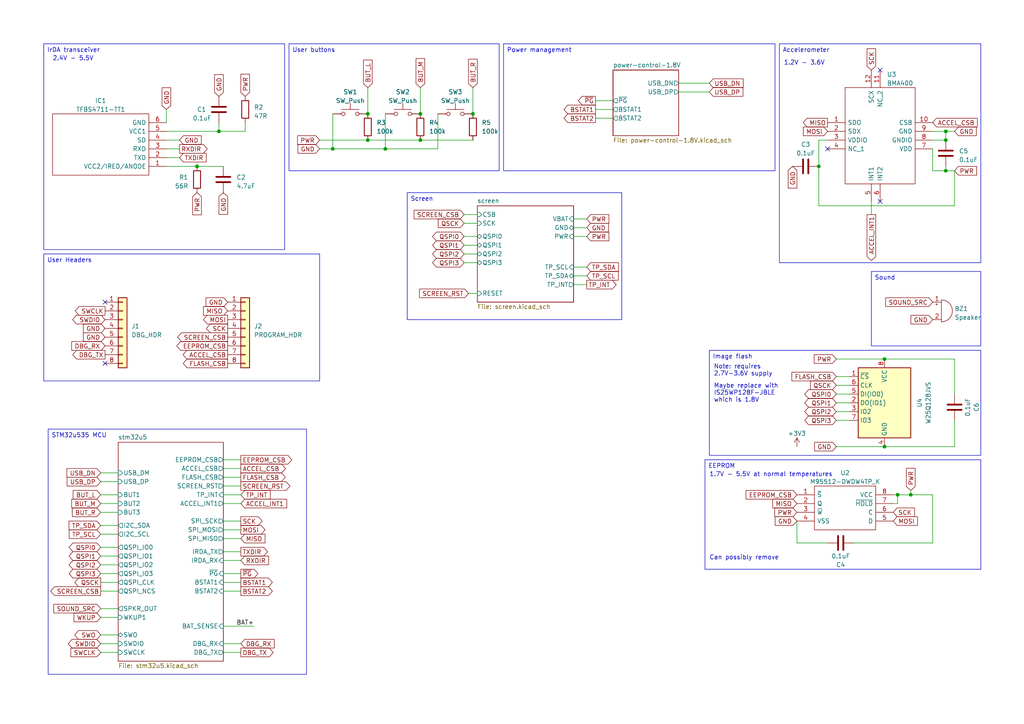
<source format=kicad_sch>
(kicad_sch (version 20230121) (generator eeschema)
  (paper "A4")
  (lib_symbols
    (symbol "Connector_Generic:Conn_01x08" (pin_names (offset 1.016) hide)
      (property "Reference" "J" (at 0 10.16 0))
      (property "Value" "Conn_01x08" (at 0 -12.7 0))
      (symbol "Conn_01x08_1_1"
        (rectangle (start -1.27 -10.033) (end 0 -10.287) (stroke (width 0.1524)))
        (rectangle (start -1.27 -7.493) (end 0 -7.747) (stroke (width 0.1524)))
        (rectangle (start -1.27 -4.953) (end 0 -5.207) (stroke (width 0.1524)))
        (rectangle (start -1.27 -2.413) (end 0 -2.667) (stroke (width 0.1524)))
        (rectangle (start -1.27 0.127) (end 0 -0.127) (stroke (width 0.1524)))
        (rectangle (start -1.27 2.667) (end 0 2.413) (stroke (width 0.1524)))
        (rectangle (start -1.27 5.207) (end 0 4.953) (stroke (width 0.1524)))
        (rectangle (start -1.27 7.747) (end 0 7.493) (stroke (width 0.1524)))
        (rectangle (start -1.27 8.89) (end 1.27 -11.43) (stroke (width 0.254)) (fill (type background)))
        (pin passive line (at -5.08 7.62 0) (length 3.81) (name "Pin_1") (number "1"))
        (pin passive line (at -5.08 5.08 0) (length 3.81) (name "Pin_2") (number "2"))
        (pin passive line (at -5.08 2.54 0) (length 3.81) (name "Pin_3") (number "3"))
        (pin passive line (at -5.08 0 0) (length 3.81) (name "Pin_4") (number "4"))
        (pin passive line (at -5.08 -2.54 0) (length 3.81) (name "Pin_5") (number "5"))
        (pin passive line (at -5.08 -5.08 0) (length 3.81) (name "Pin_6") (number "6"))
        (pin passive line (at -5.08 -7.62 0) (length 3.81) (name "Pin_7") (number "7"))
        (pin passive line (at -5.08 -10.16 0) (length 3.81) (name "Pin_8") (number "8"))
      )
    )
    (symbol "Device:Buzzer" (pin_names (offset 0.0254) hide)
      (property "Reference" "BZ" (at 3.81 1.27 0))
      (property "Value" "Buzzer" (at 3.81 -1.27 0))
      (symbol "Buzzer_0_1"
        (arc (start 0 -3.175) (mid 3.1612 0) (end 0 3.175))
        (polyline (pts (xy -1.651 1.905) (xy -1.143 1.905)))
        (polyline (pts (xy -1.397 2.159) (xy -1.397 1.651)))
        (polyline (pts (xy 0 3.175) (xy 0 -3.175)))
      )
      (symbol "Buzzer_1_1"
        (pin passive line (at -2.54 2.54 0) (length 2.54) (name "-") (number "1"))
        (pin passive line (at -2.54 -2.54 0) (length 2.54) (name "+") (number "2"))
      )
    )
    (symbol "Device:C" (pin_numbers hide) (pin_names (offset 0.254))
      (property "Reference" "C" (at 0.635 2.54 0))
      (property "Value" "C" (at 0.635 -2.54 0))
      (symbol "C_0_1"
        (polyline (pts (xy -2.032 -0.762) (xy 2.032 -0.762)) (stroke (width 0.508)))
        (polyline (pts (xy -2.032 0.762) (xy 2.032 0.762)) (stroke (width 0.508)))
      )
      (symbol "C_1_1"
        (pin passive line (at 0 3.81 270) (length 2.794) (name "~") (number "1"))
        (pin passive line (at 0 -3.81 90) (length 2.794) (name "~") (number "2"))
      )
    )
    (symbol "Device:R" (pin_numbers hide) (pin_names (offset 0))
      (property "Reference" "R" (at 2.032 0 90))
      (property "Value" "R" (at 0 0 90))
      (symbol "R_0_1"
        (rectangle (start -1.016 -2.54) (end 1.016 2.54) (stroke (width 0.254)))
      )
      (symbol "R_1_1"
        (pin passive line (at 0 3.81 270) (length 1.27) (name "~") (number "1"))
        (pin passive line (at 0 -3.81 90) (length 1.27) (name "~") (number "2"))
      )
    )
    (symbol "Memory_Flash:W25Q128JVS"
      (property "Reference" "U" (at -8.89 8.89 0))
      (property "Value" "W25Q128JVS" (at 7.62 8.89 0))
      (symbol "W25Q128JVS_0_1"
        (rectangle (start -7.62 10.16) (end 7.62 -10.16) (stroke (width 0.254)) (fill (type background)))
      )
      (symbol "W25Q128JVS_1_1"
        (pin input line (at -10.16 7.62 0) (length 2.54) (name "~{CS}") (number "1"))
        (pin bidirectional line (at -10.16 0 0) (length 2.54) (name "DO(IO1)") (number "2"))
        (pin bidirectional line (at -10.16 -2.54 0) (length 2.54) (name "IO2") (number "3"))
        (pin power_in line (at 0 -12.7 90) (length 2.54) (name "GND") (number "4"))
        (pin bidirectional line (at -10.16 2.54 0) (length 2.54) (name "DI(IO0)") (number "5"))
        (pin input line (at -10.16 5.08 0) (length 2.54) (name "CLK") (number "6"))
        (pin bidirectional line (at -10.16 -5.08 0) (length 2.54) (name "IO3") (number "7"))
        (pin power_in line (at 0 12.7 270) (length 2.54) (name "VCC") (number "8"))
      )
    )
    (symbol "SamacSys_Parts:BMA400" (pin_names (offset 0.762))
      (property "Reference" "AC" (at 26.67 15.24 0))
      (property "Value" "BMA400" (at 26.67 12.7 0))
      (symbol "BMA400_0_0"
        (pin passive line (at 0 0 0) (length 5.08) (name "SDO") (number "1"))
        (pin passive line (at 30.48 0 180) (length 5.08) (name "CSB") (number "10"))
        (pin passive line (at 15.24 15.24 270) (length 5.08) (name "NC_2") (number "11"))
        (pin passive line (at 12.7 15.24 270) (length 5.08) (name "SCX") (number "12"))
        (pin passive line (at 0 -2.54 0) (length 5.08) (name "SDX") (number "2"))
        (pin passive line (at 0 -5.08 0) (length 5.08) (name "VDDIO") (number "3"))
        (pin passive line (at 0 -7.62 0) (length 5.08) (name "NC_1") (number "4"))
        (pin passive line (at 12.7 -22.86 90) (length 5.08) (name "INT1") (number "5"))
        (pin passive line (at 15.24 -22.86 90) (length 5.08) (name "INT2") (number "6"))
        (pin passive line (at 30.48 -7.62 180) (length 5.08) (name "VDD") (number "7"))
        (pin passive line (at 30.48 -5.08 180) (length 5.08) (name "GNDIO") (number "8"))
        (pin passive line (at 30.48 -2.54 180) (length 5.08) (name "GND") (number "9"))
      )
      (symbol "BMA400_0_1"
        (polyline (pts (xy 5.08 10.16) (xy 25.4 10.16) (xy 25.4 -17.78) (xy 5.08 -17.78) (xy 5.08 10.16)) (stroke (width 0.1524)))
      )
    )
    (symbol "SamacSys_Parts:M95512-DWDW4TP_K" (pin_names (offset 0.762))
      (property "Reference" "IC" (at 24.13 7.62 0))
      (property "Value" "M95512-DWDW4TP_K" (at 24.13 5.08 0))
      (symbol "M95512-DWDW4TP_K_0_0"
        (pin passive line (at 0 0 0) (length 5.08) (name "~{S}") (number "1"))
        (pin passive line (at 0 -2.54 0) (length 5.08) (name "Q") (number "2"))
        (pin passive line (at 0 -5.08 0) (length 5.08) (name "~{W}") (number "3"))
        (pin passive line (at 0 -7.62 0) (length 5.08) (name "VSS") (number "4"))
        (pin passive line (at 27.94 -7.62 180) (length 5.08) (name "D") (number "5"))
        (pin passive line (at 27.94 -5.08 180) (length 5.08) (name "C") (number "6"))
        (pin passive line (at 27.94 -2.54 180) (length 5.08) (name "~{HOLD}") (number "7"))
        (pin passive line (at 27.94 0 180) (length 5.08) (name "VCC") (number "8"))
      )
      (symbol "M95512-DWDW4TP_K_0_1"
        (polyline (pts (xy 5.08 2.54) (xy 22.86 2.54) (xy 22.86 -10.16) (xy 5.08 -10.16) (xy 5.08 2.54)) (stroke (width 0.1524)))
      )
    )
    (symbol "SamacSys_Parts:TFBS4711-TT1" (pin_names (offset 0.762))
      (property "Reference" "IC" (at 34.29 7.62 0))
      (property "Value" "TFBS4711-TT1" (at 34.29 5.08 0))
      (symbol "TFBS4711-TT1_0_0"
        (pin passive line (at 0 0 0) (length 5.08) (name "VCC2/IRED/ANODE") (number "1"))
        (pin passive line (at 0 -2.54 0) (length 5.08) (name "TXD") (number "2"))
        (pin passive line (at 0 -5.08 0) (length 5.08) (name "RXD") (number "3"))
        (pin passive line (at 0 -7.62 0) (length 5.08) (name "SD") (number "4"))
        (pin passive line (at 0 -10.16 0) (length 5.08) (name "VCC1") (number "5"))
        (pin passive line (at 0 -12.7 0) (length 5.08) (name "GND") (number "6"))
      )
      (symbol "TFBS4711-TT1_0_1"
        (polyline (pts (xy 5.08 2.54) (xy 33.02 2.54) (xy 33.02 -15.24) (xy 5.08 -15.24) (xy 5.08 2.54)) (stroke (width 0.1524)))
      )
    )
    (symbol "Switch:SW_Push" (pin_numbers hide) (pin_names (offset 1.016) hide)
      (property "Reference" "SW" (at 1.27 2.54 0))
      (property "Value" "SW_Push" (at 0 -1.524 0))
      (symbol "SW_Push_0_1"
        (circle (center -2.032 0) (radius 0.508))
        (polyline (pts (xy 0 1.27) (xy 0 3.048)))
        (polyline (pts (xy 2.54 1.27) (xy -2.54 1.27)))
        (circle (center 2.032 0) (radius 0.508))
        (pin passive line (at -5.08 0 0) (length 2.54) (name "1") (number "1"))
        (pin passive line (at 5.08 0 180) (length 2.54) (name "2") (number "2"))
      )
    )
    (symbol "power:+3V3" (power) (pin_names (offset 0))
      (property "Value" "+3V3" (at 0 3.556 0))
      (symbol "+3V3_0_1"
        (polyline (pts (xy -0.762 1.27) (xy 0 2.54)))
        (polyline (pts (xy 0 0) (xy 0 2.54)))
        (polyline (pts (xy 0 2.54) (xy 0.762 1.27)))
      )
      (symbol "+3V3_1_1"
        (pin power_in line (at 0 0 90) (length 0) hide (name "+3V3") (number "1"))
      )
    )
  )
  (junction (at 260.35 143.51))
  (junction (at 256.54 104.14))
  (junction (at 121.92 40.64))
  (junction (at 106.68 40.64))
  (junction (at 63.5 38.1))
  (junction (at 57.15 48.26))
  (junction (at 106.68 33.02))
  (junction (at 237.49 48.26))
  (junction (at 274.32 38.1))
  (junction (at 256.54 129.54))
  (junction (at 111.76 43.18))
  (junction (at 274.32 49.53))
  (junction (at 264.16 143.51))
  (junction (at 121.92 33.02))
  (junction (at 274.32 40.64))
  (junction (at 96.52 43.18))
  (junction (at 137.16 33.02))
  (no_connect (at 255.27 20.32))
  (no_connect (at 240.03 43.18))
  (no_connect (at 30.48 87.63))
  (no_connect (at 30.48 105.41))
  (no_connect (at 255.27 58.42))
  (wire (pts (xy 71.12 38.1) (xy 71.12 35.56)))
  (wire (pts (xy 276.86 121.92) (xy 276.86 129.54)))
  (wire (pts (xy 260.35 143.51) (xy 260.35 146.05)))
  (wire (pts (xy 256.54 104.14) (xy 276.86 104.14)))
  (wire (pts (xy 48.26 43.18) (xy 52.07 43.18)))
  (wire (pts (xy 64.77 162.56) (xy 69.85 162.56)))
  (wire (pts (xy 121.92 40.64) (xy 137.16 40.64)))
  (wire (pts (xy 64.77 151.13) (xy 69.85 151.13)))
  (wire (pts (xy 242.57 104.14) (xy 256.54 104.14)))
  (wire (pts (xy 276.86 129.54) (xy 256.54 129.54)))
  (wire (pts (xy 242.57 116.84) (xy 246.38 116.84)))
  (wire (pts (xy 274.32 48.26) (xy 274.32 49.53)))
  (wire (pts (xy 64.77 146.05) (xy 69.85 146.05)))
  (wire (pts (xy 264.16 142.24) (xy 264.16 143.51)))
  (wire (pts (xy 64.77 181.61) (xy 73.66 181.61)))
  (wire (pts (xy 64.77 153.67) (xy 69.85 153.67)))
  (wire (pts (xy 48.26 40.64) (xy 52.07 40.64)))
  (wire (pts (xy 196.85 24.13) (xy 205.74 24.13)))
  (wire (pts (xy 64.77 135.89) (xy 69.85 135.89)))
  (wire (pts (xy 274.32 38.1) (xy 270.51 38.1)))
  (wire (pts (xy 264.16 143.51) (xy 260.35 143.51)))
  (wire (pts (xy 270.51 49.53) (xy 270.51 43.18)))
  (wire (pts (xy 29.21 186.69) (xy 34.29 186.69)))
  (wire (pts (xy 242.57 119.38) (xy 246.38 119.38)))
  (wire (pts (xy 137.16 25.4) (xy 137.16 33.02)))
  (wire (pts (xy 134.62 62.23) (xy 138.43 62.23)))
  (wire (pts (xy 29.21 166.37) (xy 34.29 166.37)))
  (wire (pts (xy 29.21 163.83) (xy 34.29 163.83)))
  (wire (pts (xy 48.26 45.72) (xy 52.07 45.72)))
  (wire (pts (xy 274.32 40.64) (xy 274.32 38.1)))
  (wire (pts (xy 134.62 64.77) (xy 138.43 64.77)))
  (wire (pts (xy 276.86 59.69) (xy 237.49 59.69)))
  (wire (pts (xy 64.77 168.91) (xy 69.85 168.91)))
  (wire (pts (xy 29.21 176.53) (xy 34.29 176.53)))
  (wire (pts (xy 134.62 68.58) (xy 138.43 68.58)))
  (wire (pts (xy 64.77 156.21) (xy 69.85 156.21)))
  (wire (pts (xy 29.21 168.91) (xy 34.29 168.91)))
  (wire (pts (xy 166.37 63.5) (xy 170.18 63.5)))
  (wire (pts (xy 196.85 26.67) (xy 205.74 26.67)))
  (wire (pts (xy 231.14 151.13) (xy 231.14 157.48)))
  (wire (pts (xy 64.77 186.69) (xy 69.85 186.69)))
  (wire (pts (xy 106.68 33.02) (xy 106.68 25.4)))
  (wire (pts (xy 237.49 59.69) (xy 237.49 48.26)))
  (wire (pts (xy 135.89 85.09) (xy 138.43 85.09)))
  (wire (pts (xy 270.51 157.48) (xy 270.51 143.51)))
  (wire (pts (xy 237.49 40.64) (xy 240.03 40.64)))
  (wire (pts (xy 111.76 33.02) (xy 111.76 43.18)))
  (wire (pts (xy 29.21 137.16) (xy 34.29 137.16)))
  (wire (pts (xy 172.72 29.21) (xy 177.8 29.21)))
  (wire (pts (xy 242.57 129.54) (xy 256.54 129.54)))
  (wire (pts (xy 172.72 34.29) (xy 177.8 34.29)))
  (wire (pts (xy 29.21 139.7) (xy 34.29 139.7)))
  (wire (pts (xy 96.52 43.18) (xy 111.76 43.18)))
  (wire (pts (xy 63.5 38.1) (xy 71.12 38.1)))
  (wire (pts (xy 29.21 184.15) (xy 34.29 184.15)))
  (wire (pts (xy 252.73 62.23) (xy 252.73 58.42)))
  (wire (pts (xy 29.21 152.4) (xy 34.29 152.4)))
  (wire (pts (xy 106.68 40.64) (xy 121.92 40.64)))
  (wire (pts (xy 260.35 143.51) (xy 259.08 143.51)))
  (wire (pts (xy 92.71 43.18) (xy 96.52 43.18)))
  (wire (pts (xy 270.51 143.51) (xy 264.16 143.51)))
  (wire (pts (xy 134.62 76.2) (xy 138.43 76.2)))
  (wire (pts (xy 29.21 161.29) (xy 34.29 161.29)))
  (wire (pts (xy 166.37 68.58) (xy 170.18 68.58)))
  (wire (pts (xy 276.86 104.14) (xy 276.86 114.3)))
  (wire (pts (xy 57.15 48.26) (xy 64.77 48.26)))
  (wire (pts (xy 29.21 179.07) (xy 34.29 179.07)))
  (wire (pts (xy 48.26 38.1) (xy 63.5 38.1)))
  (wire (pts (xy 29.21 158.75) (xy 34.29 158.75)))
  (wire (pts (xy 29.21 171.45) (xy 34.29 171.45)))
  (wire (pts (xy 134.62 73.66) (xy 138.43 73.66)))
  (wire (pts (xy 276.86 49.53) (xy 276.86 59.69)))
  (wire (pts (xy 96.52 33.02) (xy 96.52 43.18)))
  (wire (pts (xy 260.35 146.05) (xy 259.08 146.05)))
  (wire (pts (xy 172.72 31.75) (xy 177.8 31.75)))
  (wire (pts (xy 276.86 38.1) (xy 274.32 38.1)))
  (wire (pts (xy 242.57 114.3) (xy 246.38 114.3)))
  (wire (pts (xy 231.14 157.48) (xy 240.03 157.48)))
  (wire (pts (xy 166.37 77.47) (xy 170.18 77.47)))
  (wire (pts (xy 64.77 160.02) (xy 69.85 160.02)))
  (wire (pts (xy 48.26 48.26) (xy 57.15 48.26)))
  (wire (pts (xy 64.77 140.97) (xy 69.85 140.97)))
  (wire (pts (xy 242.57 111.76) (xy 246.38 111.76)))
  (wire (pts (xy 274.32 49.53) (xy 276.86 49.53)))
  (wire (pts (xy 166.37 80.01) (xy 170.18 80.01)))
  (wire (pts (xy 29.21 148.59) (xy 34.29 148.59)))
  (wire (pts (xy 92.71 40.64) (xy 106.68 40.64)))
  (wire (pts (xy 29.21 154.94) (xy 34.29 154.94)))
  (wire (pts (xy 29.21 189.23) (xy 34.29 189.23)))
  (wire (pts (xy 247.65 157.48) (xy 270.51 157.48)))
  (wire (pts (xy 64.77 143.51) (xy 69.85 143.51)))
  (wire (pts (xy 64.77 133.35) (xy 69.85 133.35)))
  (wire (pts (xy 63.5 38.1) (xy 63.5 35.56)))
  (wire (pts (xy 127 43.18) (xy 111.76 43.18)))
  (wire (pts (xy 64.77 138.43) (xy 69.85 138.43)))
  (wire (pts (xy 64.77 166.37) (xy 69.85 166.37)))
  (wire (pts (xy 127 33.02) (xy 127 43.18)))
  (wire (pts (xy 242.57 109.22) (xy 246.38 109.22)))
  (wire (pts (xy 121.92 33.02) (xy 121.92 25.4)))
  (wire (pts (xy 64.77 189.23) (xy 69.85 189.23)))
  (wire (pts (xy 270.51 49.53) (xy 274.32 49.53)))
  (wire (pts (xy 48.26 31.75) (xy 48.26 35.56)))
  (wire (pts (xy 29.21 143.51) (xy 34.29 143.51)))
  (wire (pts (xy 166.37 82.55) (xy 170.18 82.55)))
  (wire (pts (xy 64.77 171.45) (xy 69.85 171.45)))
  (wire (pts (xy 237.49 48.26) (xy 237.49 40.64)))
  (wire (pts (xy 242.57 121.92) (xy 246.38 121.92)))
  (wire (pts (xy 29.21 146.05) (xy 34.29 146.05)))
  (wire (pts (xy 134.62 71.12) (xy 138.43 71.12)))
  (wire (pts (xy 270.51 40.64) (xy 274.32 40.64)))
  (wire (pts (xy 166.37 66.04) (xy 170.18 66.04)))
  (text_box "Accelerometer" (at 226.06 12.7 0) (size 58.42 63.5) (effects (font (size 1.27 1.27)) (justify left top)))
  (text_box "User buttons\n" (at 83.82 12.7 0) (size 60.96 36.83) (effects (font (size 1.27 1.27)) (justify left top)))
  (text_box "Sound\n" (at 252.73 78.74 0) (size 31.75 21.59) (effects (font (size 1.27 1.27)) (justify left top)))
  (text_box "Screen" (at 118.11 55.88 0) (size 62.23 36.83) (effects (font (size 1.27 1.27)) (justify left top)))
  (text_box "Power management" (at 146.05 12.7 0) (size 78.74 36.83) (effects (font (size 1.27 1.27)) (justify left top)))
  (text_box "STM32u535 MCU" (at 13.97 124.46 0) (size 74.93 71.12) (effects (font (size 1.27 1.27)) (justify left top)))
  (text_box "EEPROM\n" (at 204.47 133.35 0) (size 80.01 31.75) (effects (font (size 1.27 1.27)) (justify left top)))
  (text_box "IrDA transceiver\n" (at 12.7 12.7 0) (size 69.85 59.69) (effects (font (size 1.27 1.27)) (justify left top)))
  (text_box "Image flash" (at 205.74 101.6 0) (size 78.74 30.48) (effects (font (size 1.27 1.27)) (justify left top)))
  (text_box "User Headers" (at 12.7 73.66 0) (size 80.01 36.83) (effects (font (size 1.27 1.27)) (justify left top)))
  (text "1.2V - 3.6V" (at 227.33 19.05 0) (effects (font (size 1.27 1.27)) (justify left bottom)))
  (text "Can possibly remove\n" (at 205.74 162.56 0) (effects (font (size 1.27 1.27)) (justify left bottom)))
  (text "Note: requires\n2.7V-3.6V supply" (at 207.01 109.22 0) (effects (font (size 1.27 1.27)) (justify left bottom)))
  (text "Maybe replace with \nIS25WP128F-JBLE\nwhich is 1.8V" (at 207.01 116.84 0) (effects (font (size 1.27 1.27)) (justify left bottom)))
  (text "1.7V - 5.5V at normal temperatures" (at 205.74 138.43 0) (effects (font (size 1.27 1.27)) (justify left bottom)))
  (text "2.4V - 5.5V" (at 15.24 17.78 0) (effects (font (size 1.27 1.27)) (justify left bottom)))
  (label "BAT+" (at 73.66 181.61 180))
  (global_label "SOUND_SRC" (shape input) (at 270.51 87.63 180) (property "Intersheetrefs" "${INTERSHEET_REFS}" (effects hide)))
  (global_label "TP_SCL" (shape input) (at 29.21 154.94 180) (property "Intersheetrefs" "${INTERSHEET_REFS}" (effects hide)))
  (global_label "GND" (shape input) (at 30.48 97.79 180) (property "Intersheetrefs" "${INTERSHEET_REFS}" (effects hide)))
  (global_label "MOSI" (shape input) (at 240.03 38.1 180) (property "Intersheetrefs" "${INTERSHEET_REFS}" (effects hide)))
  (global_label "BUT_M" (shape input) (at 121.92 25.4 90) (property "Intersheetrefs" "${INTERSHEET_REFS}" (effects hide)))
  (global_label "SCK" (shape input) (at 259.08 148.59 0) (property "Intersheetrefs" "${INTERSHEET_REFS}" (effects hide)))
  (global_label "QSPI1" (shape bidirectional) (at 242.57 116.84 180) (property "Intersheetrefs" "${INTERSHEET_REFS}" (effects hide)))
  (global_label "TP_INT" (shape input) (at 69.85 143.51 0) (property "Intersheetrefs" "${INTERSHEET_REFS}" (effects hide)))
  (global_label "GND" (shape input) (at 270.51 92.71 180) (property "Intersheetrefs" "${INTERSHEET_REFS}" (effects hide)))
  (global_label "SOUND_SRC" (shape input) (at 29.21 176.53 180) (property "Intersheetrefs" "${INTERSHEET_REFS}" (effects hide)))
  (global_label "GND" (shape input) (at 231.14 151.13 180) (property "Intersheetrefs" "${INTERSHEET_REFS}" (effects hide)))
  (global_label "BSTAT2" (shape output) (at 69.85 171.45 0) (property "Intersheetrefs" "${INTERSHEET_REFS}" (effects hide)))
  (global_label "GND" (shape input) (at 92.71 43.18 180) (property "Intersheetrefs" "${INTERSHEET_REFS}" (effects hide)))
  (global_label "RXDIR" (shape output) (at 52.07 43.18 0) (property "Intersheetrefs" "${INTERSHEET_REFS}" (effects hide)))
  (global_label "MISO" (shape input) (at 69.85 156.21 0) (property "Intersheetrefs" "${INTERSHEET_REFS}" (effects hide)))
  (global_label "PWR" (shape input) (at 170.18 68.58 0) (property "Intersheetrefs" "${INTERSHEET_REFS}" (effects hide)))
  (global_label "GND" (shape input) (at 276.86 38.1 0) (property "Intersheetrefs" "${INTERSHEET_REFS}" (effects hide)))
  (global_label "RXDIR" (shape input) (at 69.85 162.56 0) (property "Intersheetrefs" "${INTERSHEET_REFS}" (effects hide)))
  (global_label "DBG_TX" (shape output) (at 69.85 189.23 0) (property "Intersheetrefs" "${INTERSHEET_REFS}" (effects hide)))
  (global_label "QSPI3" (shape bidirectional) (at 134.62 76.2 180) (property "Intersheetrefs" "${INTERSHEET_REFS}" (effects hide)))
  (global_label "SWO" (shape bidirectional) (at 29.21 184.15 180) (property "Intersheetrefs" "${INTERSHEET_REFS}" (effects hide)))
  (global_label "USB_DP" (shape input) (at 205.74 26.67 0) (property "Intersheetrefs" "${INTERSHEET_REFS}" (effects hide)))
  (global_label "PWR" (shape input) (at 57.15 55.88 270) (property "Intersheetrefs" "${INTERSHEET_REFS}" (effects hide)))
  (global_label "~{PG}" (shape output) (at 172.72 29.21 180) (property "Intersheetrefs" "${INTERSHEET_REFS}" (effects hide)))
  (global_label "FLASH_CSB" (shape output) (at 66.04 105.41 180) (property "Intersheetrefs" "${INTERSHEET_REFS}" (effects hide)))
  (global_label "ACCEL_CSB" (shape input) (at 270.51 35.56 0) (property "Intersheetrefs" "${INTERSHEET_REFS}" (effects hide)))
  (global_label "PWR" (shape input) (at 71.12 27.94 90) (property "Intersheetrefs" "${INTERSHEET_REFS}" (effects hide)))
  (global_label "PWR" (shape input) (at 170.18 63.5 0) (property "Intersheetrefs" "${INTERSHEET_REFS}" (effects hide)))
  (global_label "SCREEN_CSB" (shape output) (at 66.04 97.79 180) (property "Intersheetrefs" "${INTERSHEET_REFS}" (effects hide)))
  (global_label "GND" (shape input) (at 242.57 129.54 180) (property "Intersheetrefs" "${INTERSHEET_REFS}" (effects hide)))
  (global_label "BUT_M" (shape input) (at 29.21 146.05 180) (property "Intersheetrefs" "${INTERSHEET_REFS}" (effects hide)))
  (global_label "EEPROM_CSB" (shape input) (at 231.14 143.51 180) (property "Intersheetrefs" "${INTERSHEET_REFS}" (effects hide)))
  (global_label "BUT_L" (shape input) (at 29.21 143.51 180) (property "Intersheetrefs" "${INTERSHEET_REFS}" (effects hide)))
  (global_label "BSTAT1" (shape output) (at 172.72 31.75 180) (property "Intersheetrefs" "${INTERSHEET_REFS}" (effects hide)))
  (global_label "QSPI2" (shape bidirectional) (at 29.21 163.83 180) (property "Intersheetrefs" "${INTERSHEET_REFS}" (effects hide)))
  (global_label "QSPI3" (shape bidirectional) (at 242.57 121.92 180) (property "Intersheetrefs" "${INTERSHEET_REFS}" (effects hide)))
  (global_label "TP_SDA" (shape input) (at 170.18 77.47 0) (property "Intersheetrefs" "${INTERSHEET_REFS}" (effects hide)))
  (global_label "WKUP" (shape input) (at 29.21 179.07 180) (property "Intersheetrefs" "${INTERSHEET_REFS}" (effects hide)))
  (global_label "GND" (shape input) (at 229.87 48.26 270) (property "Intersheetrefs" "${INTERSHEET_REFS}" (effects hide)))
  (global_label "MOSI" (shape output) (at 69.85 153.67 0) (property "Intersheetrefs" "${INTERSHEET_REFS}" (effects hide)))
  (global_label "SCK" (shape output) (at 66.04 95.25 180) (property "Intersheetrefs" "${INTERSHEET_REFS}" (effects hide)))
  (global_label "MISO" (shape input) (at 231.14 146.05 180) (property "Intersheetrefs" "${INTERSHEET_REFS}" (effects hide)))
  (global_label "PWR" (shape input) (at 242.57 104.14 180) (property "Intersheetrefs" "${INTERSHEET_REFS}" (effects hide)))
  (global_label "MISO" (shape input) (at 66.04 90.17 180) (property "Intersheetrefs" "${INTERSHEET_REFS}" (effects hide)))
  (global_label "TP_SCL" (shape input) (at 170.18 80.01 0) (property "Intersheetrefs" "${INTERSHEET_REFS}" (effects hide)))
  (global_label "BUT_R" (shape input) (at 137.16 25.4 90) (property "Intersheetrefs" "${INTERSHEET_REFS}" (effects hide)))
  (global_label "QSPI2" (shape bidirectional) (at 242.57 119.38 180) (property "Intersheetrefs" "${INTERSHEET_REFS}" (effects hide)))
  (global_label "SWDIO" (shape bidirectional) (at 29.21 186.69 180) (property "Intersheetrefs" "${INTERSHEET_REFS}" (effects hide)))
  (global_label "EEPROM_CSB" (shape output) (at 69.85 133.35 0) (property "Intersheetrefs" "${INTERSHEET_REFS}" (effects hide)))
  (global_label "QSPI0" (shape bidirectional) (at 134.62 68.58 180) (property "Intersheetrefs" "${INTERSHEET_REFS}" (effects hide)))
  (global_label "FLASH_CSB" (shape input) (at 242.57 109.22 180) (property "Intersheetrefs" "${INTERSHEET_REFS}" (effects hide)))
  (global_label "MOSI" (shape output) (at 66.04 92.71 180) (property "Intersheetrefs" "${INTERSHEET_REFS}" (effects hide)))
  (global_label "PWR" (shape input) (at 276.86 49.53 0) (property "Intersheetrefs" "${INTERSHEET_REFS}" (effects hide)))
  (global_label "QSPI0" (shape bidirectional) (at 29.21 158.75 180) (property "Intersheetrefs" "${INTERSHEET_REFS}" (effects hide)))
  (global_label "SCREEN_RST" (shape output) (at 69.85 140.97 0) (property "Intersheetrefs" "${INTERSHEET_REFS}" (effects hide)))
  (global_label "SCREEN_CSB" (shape input) (at 134.62 62.23 180) (property "Intersheetrefs" "${INTERSHEET_REFS}" (effects hide)))
  (global_label "BSTAT1" (shape output) (at 69.85 168.91 0) (property "Intersheetrefs" "${INTERSHEET_REFS}" (effects hide)))
  (global_label "QSCK" (shape output) (at 29.21 168.91 180) (property "Intersheetrefs" "${INTERSHEET_REFS}" (effects hide)))
  (global_label "GND" (shape input) (at 30.48 95.25 180) (property "Intersheetrefs" "${INTERSHEET_REFS}" (effects hide)))
  (global_label "BUT_L" (shape input) (at 106.68 25.4 90) (property "Intersheetrefs" "${INTERSHEET_REFS}" (effects hide)))
  (global_label "DBG_RX" (shape input) (at 30.48 100.33 180) (property "Intersheetrefs" "${INTERSHEET_REFS}" (effects hide)))
  (global_label "ACCEL_CSB" (shape output) (at 66.04 102.87 180) (property "Intersheetrefs" "${INTERSHEET_REFS}" (effects hide)))
  (global_label "SCREEN_CSB" (shape output) (at 29.21 171.45 180) (property "Intersheetrefs" "${INTERSHEET_REFS}" (effects hide)))
  (global_label "ACCEL_INT1" (shape output) (at 252.73 62.23 270) (property "Intersheetrefs" "${INTERSHEET_REFS}" (effects hide)))
  (global_label "DBG_TX" (shape output) (at 30.48 102.87 180) (property "Intersheetrefs" "${INTERSHEET_REFS}" (effects hide)))
  (global_label "USB_DN" (shape input) (at 29.21 137.16 180) (property "Intersheetrefs" "${INTERSHEET_REFS}" (effects hide)))
  (global_label "TXDIR" (shape output) (at 69.85 160.02 0) (property "Intersheetrefs" "${INTERSHEET_REFS}" (effects hide)))
  (global_label "~{PG}" (shape output) (at 69.85 166.37 0) (property "Intersheetrefs" "${INTERSHEET_REFS}" (effects hide)))
  (global_label "SWCLK" (shape output) (at 30.48 90.17 180) (property "Intersheetrefs" "${INTERSHEET_REFS}" (effects hide)))
  (global_label "PWR" (shape input) (at 231.14 148.59 180) (property "Intersheetrefs" "${INTERSHEET_REFS}" (effects hide)))
  (global_label "MOSI" (shape input) (at 259.08 151.13 0) (property "Intersheetrefs" "${INTERSHEET_REFS}" (effects hide)))
  (global_label "BUT_R" (shape input) (at 29.21 148.59 180) (property "Intersheetrefs" "${INTERSHEET_REFS}" (effects hide)))
  (global_label "ACCEL_INT1" (shape input) (at 69.85 146.05 0) (property "Intersheetrefs" "${INTERSHEET_REFS}" (effects hide)))
  (global_label "FLASH_CSB" (shape output) (at 69.85 138.43 0) (property "Intersheetrefs" "${INTERSHEET_REFS}" (effects hide)))
  (global_label "SWDIO" (shape bidirectional) (at 30.48 92.71 180) (property "Intersheetrefs" "${INTERSHEET_REFS}" (effects hide)))
  (global_label "SWCLK" (shape input) (at 29.21 189.23 180) (property "Intersheetrefs" "${INTERSHEET_REFS}" (effects hide)))
  (global_label "USB_DP" (shape input) (at 29.21 139.7 180) (property "Intersheetrefs" "${INTERSHEET_REFS}" (effects hide)))
  (global_label "SCK" (shape output) (at 69.85 151.13 0) (property "Intersheetrefs" "${INTERSHEET_REFS}" (effects hide)))
  (global_label "TP_INT" (shape output) (at 170.18 82.55 0) (property "Intersheetrefs" "${INTERSHEET_REFS}" (effects hide)))
  (global_label "QSPI1" (shape bidirectional) (at 134.62 71.12 180) (property "Intersheetrefs" "${INTERSHEET_REFS}" (effects hide)))
  (global_label "BSTAT2" (shape output) (at 172.72 34.29 180) (property "Intersheetrefs" "${INTERSHEET_REFS}" (effects hide)))
  (global_label "PWR" (shape input) (at 92.71 40.64 180) (property "Intersheetrefs" "${INTERSHEET_REFS}" (effects hide)))
  (global_label "QSCK" (shape input) (at 242.57 111.76 180) (property "Intersheetrefs" "${INTERSHEET_REFS}" (effects hide)))
  (global_label "QSCK" (shape input) (at 134.62 64.77 180) (property "Intersheetrefs" "${INTERSHEET_REFS}" (effects hide)))
  (global_label "GND" (shape input) (at 64.77 55.88 270) (property "Intersheetrefs" "${INTERSHEET_REFS}" (effects hide)))
  (global_label "QSPI2" (shape bidirectional) (at 134.62 73.66 180) (property "Intersheetrefs" "${INTERSHEET_REFS}" (effects hide)))
  (global_label "DBG_RX" (shape input) (at 69.85 186.69 0) (property "Intersheetrefs" "${INTERSHEET_REFS}" (effects hide)))
  (global_label "GND" (shape input) (at 170.18 66.04 0) (property "Intersheetrefs" "${INTERSHEET_REFS}" (effects hide)))
  (global_label "USB_DN" (shape input) (at 205.74 24.13 0) (property "Intersheetrefs" "${INTERSHEET_REFS}" (effects hide)))
  (global_label "ACCEL_CSB" (shape output) (at 69.85 135.89 0) (property "Intersheetrefs" "${INTERSHEET_REFS}" (effects hide)))
  (global_label "GND" (shape input) (at 52.07 40.64 0) (property "Intersheetrefs" "${INTERSHEET_REFS}" (effects hide)))
  (global_label "TXDIR" (shape input) (at 52.07 45.72 0) (property "Intersheetrefs" "${INTERSHEET_REFS}" (effects hide)))
  (global_label "QSPI3" (shape bidirectional) (at 29.21 166.37 180) (property "Intersheetrefs" "${INTERSHEET_REFS}" (effects hide)))
  (global_label "QSPI0" (shape bidirectional) (at 242.57 114.3 180) (property "Intersheetrefs" "${INTERSHEET_REFS}" (effects hide)))
  (global_label "SCREEN_RST" (shape input) (at 135.89 85.09 180) (property "Intersheetrefs" "${INTERSHEET_REFS}" (effects hide)))
  (global_label "TP_SDA" (shape input) (at 29.21 152.4 180) (property "Intersheetrefs" "${INTERSHEET_REFS}" (effects hide)))
  (global_label "GND" (shape input) (at 66.04 87.63 180) (property "Intersheetrefs" "${INTERSHEET_REFS}" (effects hide)))
  (global_label "SCK" (shape input) (at 252.73 20.32 90) (property "Intersheetrefs" "${INTERSHEET_REFS}" (effects hide)))
  (global_label "MISO" (shape output) (at 240.03 35.56 180) (property "Intersheetrefs" "${INTERSHEET_REFS}" (effects hide)))
  (global_label "EEPROM_CSB" (shape output) (at 66.04 100.33 180) (property "Intersheetrefs" "${INTERSHEET_REFS}" (effects hide)))
  (global_label "PWR" (shape input) (at 264.16 142.24 90) (property "Intersheetrefs" "${INTERSHEET_REFS}" (effects hide)))
  (global_label "GND" (shape input) (at 63.5 27.94 90) (property "Intersheetrefs" "${INTERSHEET_REFS}" (effects hide)))
  (global_label "QSPI1" (shape bidirectional) (at 29.21 161.29 180) (property "Intersheetrefs" "${INTERSHEET_REFS}" (effects hide)))
  (global_label "GND" (shape input) (at 48.26 31.75 90) (property "Intersheetrefs" "${INTERSHEET_REFS}" (effects hide)))
  (symbol (lib_id "SamacSys_Parts:BMA400") (at 240.03 35.56 0) (unit 1)
    (property "Reference" "U3" (at 257.2259 21.59 0) (effects (justify left)))
    (property "Value" "BMA400" (at 257.2259 24.13 0) (effects (justify left)))
    (property "Footprint" "Samacsys_Parts:BOSCH_LGA-12" (effects hide))
    (property "Datasheet" "https://datasheet.datasheetarchive.com/originals/distributors/Datasheets_SAMA/fa80b3d87963a3ff599e323b9a26d827.pdf" (effects hide))
    (property "Description" "Ultra-low power triaxial accelerometer" (effects hide))
    (property "Mouser Part Number" "262-BMA400" (effects hide))
    (property "Mouser Price/Stock" "https://www.mouser.co.uk/ProductDetail/Bosch-Sensortec/BMA400?qs=f9yNj16SXrKBoguHUc32eQ%3D%3D" (effects hide))
    (property "Manufacturer_Name" "BOSCH" (effects hide))
    (property "Manufacturer_Part_Number" "BMA400" (effects hide))
  )
  (symbol (lib_id "SamacSys_Parts:TFBS4711-TT1") (at 48.26 48.26 180) (unit 1)
    (property "Reference" "IC1" (at 29.21 29.21 0))
    (property "Value" "TFBS4711-TT1" (at 29.21 31.75 0))
    (property "Footprint" "Samacsys_Parts:TFBS4711TT1" (effects hide))
    (property "Datasheet" "https://componentsearchengine.com/Datasheets/1/TFBS4711-TT1.pdf" (effects hide))
    (property "Description" "TFBS4711-TT1 Vishay, Infrared Transceiver, 900Nm 115.2kbit/s, 8m Range, SMT, 6 x 3.1 x 1.9mm" (effects hide))
    (property "Height" "2" (effects hide))
    (property "Mouser Part Number" "782-TFBS4711-TT1" (effects hide))
    (property "Mouser Price/Stock" "https://www.mouser.co.uk/ProductDetail/Vishay-Semiconductors/TFBS4711-TT1?qs=RzxYCzJDjPXm25NkrmdvHA%3D%3D" (effects hide))
    (property "Manufacturer_Name" "Vishay" (effects hide))
    (property "Manufacturer_Part_Number" "TFBS4711-TT1" (effects hide))
  )
  (symbol (lib_id "SamacSys_Parts:M95512-DWDW4TP_K") (at 231.14 143.51 0) (unit 1)
    (property "Reference" "U2" (at 245.11 137.16 0))
    (property "Value" "M95512-DWDW4TP_K" (at 245.11 139.7 0))
    (property "Footprint" "Samacsys_Parts:SOP65P640X120-8N" (effects hide))
    (property "Datasheet" "https://www.st.com/resource/en/datasheet/m95512-a125.pdf" (effects hide))
    (property "Description" "Automotive 512 Kbit SPI bus EEPROM with high speed clock" (effects hide))
    (property "Height" "1.2" (effects hide))
    (property "Mouser Part Number" "511-M95512-DWDW4TP/K" (effects hide))
    (property "Mouser Price/Stock" "https://www.mouser.co.uk/ProductDetail/STMicroelectronics/M95512-DWDW4TP-K?qs=gNDSiZmRJS8kMWQ2whknqA%3D%3D" (effects hide))
    (property "Manufacturer_Name" "STMicroelectronics" (effects hide))
    (property "Manufacturer_Part_Number" "M95512-DWDW4TP/K" (effects hide))
  )
  (symbol (lib_id "Device:C") (at 243.84 157.48 270) (mirror x) (unit 1)
    (property "Reference" "C4" (at 243.84 163.83 90))
    (property "Value" "0.1uF" (at 243.84 161.29 90))
    (property "Footprint" "Capacitor_SMD:C_0402_1005Metric" (effects hide))
  )
  (symbol (lib_id "Switch:SW_Push") (at 132.08 33.02 0) (unit 1)
    (property "Reference" "SW3" (at 132.08 26.67 0))
    (property "Value" "SW_Push" (at 132.08 29.21 0))
    (property "Footprint" "Samacsys_Parts:TL3315NF100Q" (effects hide))
  )
  (symbol (lib_id "Connector_Generic:Conn_01x08") (at 35.56 95.25 0) (unit 1)
    (property "Reference" "J1" (at 38.1 94.615 0) (effects (justify left)))
    (property "Value" "DBG_HDR" (at 38.1 97.155 0) (effects (justify left)))
    (property "Footprint" "Samacsys_Parts:SOIC_clipProgSmall" (effects hide))
  )
  (symbol (lib_id "Switch:SW_Push") (at 116.84 33.02 0) (unit 1)
    (property "Reference" "SW2" (at 116.84 26.67 0))
    (property "Value" "SW_Push" (at 116.84 29.21 0))
    (property "Footprint" "Samacsys_Parts:TL3315NF100Q" (effects hide))
  )
  (symbol (lib_id "Device:R") (at 121.92 36.83 180) (unit 1)
    (property "Reference" "R4" (at 124.46 35.56 0) (effects (justify right)))
    (property "Value" "100k" (at 124.46 38.1 0) (effects (justify right)))
    (property "Footprint" "Resistor_SMD:R_0402_1005Metric" (effects hide))
  )
  (symbol (lib_id "Memory_Flash:W25Q128JVS") (at 256.54 116.84 0) (unit 1)
    (property "Reference" "U4" (at 266.7 116.84 90))
    (property "Value" "W25Q128JVS" (at 269.24 116.84 90))
    (property "Footprint" "Package_SO:SOIC-8_5.23x5.23mm_P1.27mm" (effects hide))
    (property "Datasheet" "http://www.winbond.com/resource-files/w25q128jv_dtr%20revc%2003272018%20plus.pdf" (effects hide))
  )
  (symbol (lib_id "power:+3V3") (at 231.14 129.54 0) (unit 1)
    (property "Reference" "#PWR018" (effects hide))
    (property "Value" "+3V3" (at 231.14 125.73 0))
  )
  (symbol (lib_id "Connector_Generic:Conn_01x08") (at 71.12 95.25 0) (unit 1)
    (property "Reference" "J2" (at 73.66 94.615 0) (effects (justify left)))
    (property "Value" "PROGRAM_HDR" (at 73.66 97.155 0) (effects (justify left)))
    (property "Footprint" "Samacsys_Parts:SOIC_clipProgSmall" (effects hide))
  )
  (symbol (lib_id "Device:C") (at 64.77 52.07 0) (unit 1)
    (property "Reference" "C2" (at 68.58 51.435 0) (effects (justify left)))
    (property "Value" "4.7uF" (at 68.58 53.975 0) (effects (justify left)))
    (property "Footprint" "Capacitor_SMD:C_0402_1005Metric" (effects hide))
  )
  (symbol (lib_id "Device:R") (at 106.68 36.83 180) (unit 1)
    (property "Reference" "R3" (at 109.22 35.56 0) (effects (justify right)))
    (property "Value" "100k" (at 109.22 38.1 0) (effects (justify right)))
    (property "Footprint" "Resistor_SMD:R_0402_1005Metric" (effects hide))
  )
  (symbol (lib_id "Device:C") (at 233.68 48.26 270) (unit 1)
    (property "Reference" "C3" (at 233.68 41.91 90))
    (property "Value" "0.1uF" (at 233.68 44.45 90))
    (property "Footprint" "Capacitor_SMD:C_0402_1005Metric" (effects hide))
  )
  (symbol (lib_id "Device:C") (at 274.32 44.45 180) (unit 1)
    (property "Reference" "C5" (at 278.13 43.815 0) (effects (justify right)))
    (property "Value" "0.1uF" (at 278.13 46.355 0) (effects (justify right)))
    (property "Footprint" "Capacitor_SMD:C_0402_1005Metric" (effects hide))
  )
  (symbol (lib_id "Device:C") (at 63.5 31.75 0) (unit 1)
    (property "Reference" "C1" (at 57.15 31.75 0) (effects (justify left)))
    (property "Value" "0.1uF" (at 55.88 34.29 0) (effects (justify left)))
    (property "Footprint" "Capacitor_SMD:C_0402_1005Metric" (effects hide))
  )
  (symbol (lib_id "Device:R") (at 137.16 36.83 180) (unit 1)
    (property "Reference" "R5" (at 139.7 35.56 0) (effects (justify right)))
    (property "Value" "100k" (at 139.7 38.1 0) (effects (justify right)))
    (property "Footprint" "Resistor_SMD:R_0402_1005Metric" (effects hide))
  )
  (symbol (lib_id "Device:Buzzer") (at 273.05 90.17 0) (unit 1)
    (property "Reference" "BZ1" (at 276.86 89.535 0) (effects (justify left)))
    (property "Value" "Speaker" (at 276.86 92.075 0) (effects (justify left)))
    (property "Footprint" "Jumper:SolderJumper-2_P1.3mm_Open_Pad1.0x1.5mm" (effects hide))
    (property "Field4" "https://www.aliexpress.us/item/32932084837.html?gatewayAdapt=4itemAdapt" (effects hide))
  )
  (symbol (lib_id "Device:C") (at 276.86 118.11 0) (mirror y) (unit 1)
    (property "Reference" "C6" (at 283.21 118.11 90))
    (property "Value" "0.1uF" (at 280.67 118.11 90))
    (property "Footprint" "Capacitor_SMD:C_0402_1005Metric" (effects hide))
  )
  (symbol (lib_id "Device:R") (at 57.15 52.07 0) (mirror y) (unit 1)
    (property "Reference" "R1" (at 54.61 51.435 0) (effects (justify left)))
    (property "Value" "56R" (at 54.61 53.975 0) (effects (justify left)))
    (property "Footprint" "Resistor_SMD:R_0402_1005Metric" (effects hide))
  )
  (symbol (lib_id "Device:R") (at 71.12 31.75 0) (unit 1)
    (property "Reference" "R2" (at 73.66 31.115 0) (effects (justify left)))
    (property "Value" "47R" (at 73.66 33.655 0) (effects (justify left)))
    (property "Footprint" "Resistor_SMD:R_0402_1005Metric" (effects hide))
  )
  (symbol (lib_id "Switch:SW_Push") (at 101.6 33.02 0) (unit 1)
    (property "Reference" "SW1" (at 101.6 26.67 0))
    (property "Value" "SW_Push" (at 101.6 29.21 0))
    (property "Footprint" "Samacsys_Parts:TL3315NF100Q" (effects hide))
  )
  (sheet (at 177.8 20.32) (size 19.05 19.05) (stroke (width 0.1524))
    (property "Sheetname" "power-control-1.8V" (at 177.8 19.6084 0) (effects (justify left bottom)))
    (property "Sheetfile" "power-control-1.8V.kicad_sch" (at 177.8 39.9546 0) (effects (justify left top)))
    (pin "USB_DP" output (at 196.85 26.67 0))
    (pin "USB_DN" output (at 196.85 24.13 0))
    (pin "~{PG}" output (at 177.8 29.21 180))
    (pin "BSTAT1" output (at 177.8 31.75 180))
    (pin "BSTAT2" output (at 177.8 34.29 180))
  )
  (sheet (at 34.29 128.27) (size 30.48 63.5) (stroke (width 0.1524))
    (property "Sheetname" "stm32u5" (at 34.29 127.5584 0) (effects (justify left bottom)))
    (property "Sheetfile" "stm32u5.kicad_sch" (at 34.29 192.3546 0) (effects (justify left top)))
    (pin "DBG_RX" input (at 64.77 186.69 0))
    (pin "SWCLK" input (at 34.29 189.23 180))
    (pin "FLASH_CSB" output (at 64.77 138.43 0))
    (pin "SPI_MOSI" output (at 64.77 153.67 0))
    (pin "SPI_MISO" output (at 64.77 156.21 0))
    (pin "SPI_SCK" output (at 64.77 151.13 0))
    (pin "BUT1" input (at 34.29 143.51 180))
    (pin "QSPI_IO1" output (at 34.29 161.29 180))
    (pin "SCREEN_RST" output (at 64.77 140.97 0))
    (pin "QSPI_IO0" output (at 34.29 158.75 180))
    (pin "BUT3" input (at 34.29 148.59 180))
    (pin "BUT2" input (at 34.29 146.05 180))
    (pin "I2C_SDA" output (at 34.29 152.4 180))
    (pin "I2C_SCL" output (at 34.29 154.94 180))
    (pin "BAT_SENSE" input (at 64.77 181.61 0))
    (pin "SWDIO" input (at 34.29 186.69 180))
    (pin "USB_DM" input (at 34.29 137.16 180))
    (pin "USB_DP" input (at 34.29 139.7 180))
    (pin "IRDA_TX" output (at 64.77 160.02 0))
    (pin "IRDA_RX" input (at 64.77 162.56 0))
    (pin "QSPI_NCS" output (at 34.29 171.45 180))
    (pin "QSPI_CLK" output (at 34.29 168.91 180))
    (pin "SPKR_OUT" output (at 34.29 176.53 180))
    (pin "WKUP1" input (at 34.29 179.07 180))
    (pin "DBG_TX" output (at 64.77 189.23 0))
    (pin "QSPI_IO2" output (at 34.29 163.83 180))
    (pin "QSPI_IO3" output (at 34.29 166.37 180))
    (pin "EEPROM_CSB" output (at 64.77 133.35 0))
    (pin "ACCEL_INT1" output (at 64.77 146.05 0))
    (pin "ACCEL_CSB" output (at 64.77 135.89 0))
    (pin "TP_INT" input (at 64.77 143.51 0))
    (pin "SWO" bidirectional (at 34.29 184.15 180))
    (pin "~{PG}" input (at 64.77 166.37 0))
    (pin "BSTAT1" input (at 64.77 168.91 0))
    (pin "BSTAT2" input (at 64.77 171.45 0))
  )
  (sheet (at 138.43 59.69) (size 27.94 27.94) (stroke (width 0.1524))
    (property "Sheetname" "screen" (at 138.43 58.9784 0) (effects (justify left bottom)))
    (property "Sheetfile" "screen.kicad_sch" (at 138.43 88.2146 0) (effects (justify left top)))
    (pin "GND" bidirectional (at 166.37 66.04 0))
    (pin "PWR" input (at 166.37 68.58 0))
    (pin "CSB" input (at 138.43 62.23 180))
    (pin "SCK" input (at 138.43 64.77 180))
    (pin "RESET" input (at 138.43 85.09 180))
    (pin "VBAT" input (at 166.37 63.5 0))
    (pin "TP_INT" output (at 166.37 82.55 0))
    (pin "QSPI2" bidirectional (at 138.43 73.66 180))
    (pin "QSPI3" bidirectional (at 138.43 76.2 180))
    (pin "QSPI1" bidirectional (at 138.43 71.12 180))
    (pin "QSPI0" bidirectional (at 138.43 68.58 180))
    (pin "TP_SCL" input (at 166.37 77.47 0))
    (pin "TP_SDA" bidirectional (at 166.37 80.01 0))
  )
)
</source>
